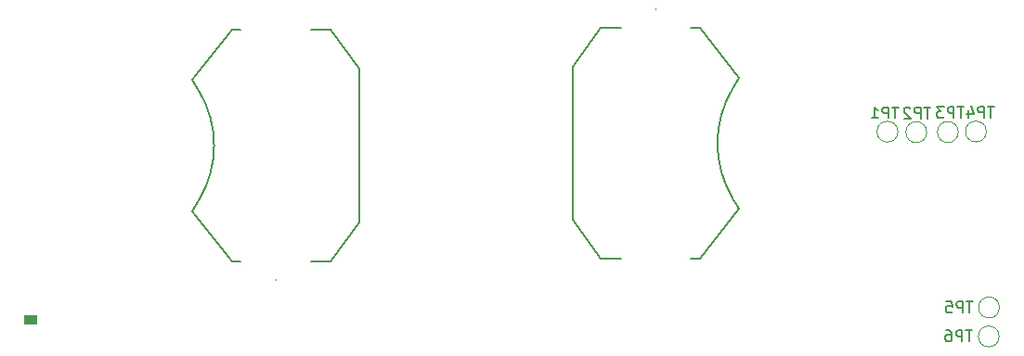
<source format=gbo>
%TF.GenerationSoftware,KiCad,Pcbnew,9.0.7-9.0.7~ubuntu24.04.1*%
%TF.CreationDate,2026-02-10T19:55:17+01:00*%
%TF.ProjectId,RamadanCard,52616d61-6461-46e4-9361-72642e6b6963,rev?*%
%TF.SameCoordinates,Original*%
%TF.FileFunction,Legend,Bot*%
%TF.FilePolarity,Positive*%
%FSLAX46Y46*%
G04 Gerber Fmt 4.6, Leading zero omitted, Abs format (unit mm)*
G04 Created by KiCad (PCBNEW 9.0.7-9.0.7~ubuntu24.04.1) date 2026-02-10 19:55:17*
%MOMM*%
%LPD*%
G01*
G04 APERTURE LIST*
%ADD10C,0.150000*%
%ADD11C,0.254000*%
%ADD12C,0.120000*%
%ADD13C,0.200000*%
%ADD14C,0.100000*%
%ADD15R,1.200000X0.900000*%
%ADD16C,0.900000*%
%ADD17C,1.500000*%
%ADD18C,7.000000*%
%ADD19R,5.600000X1.750000*%
G04 APERTURE END LIST*
D10*
X163403470Y-112956184D02*
X162832042Y-112956184D01*
X163117756Y-113956184D02*
X163117756Y-112956184D01*
X162498708Y-113956184D02*
X162498708Y-112956184D01*
X162498708Y-112956184D02*
X162117756Y-112956184D01*
X162117756Y-112956184D02*
X162022518Y-113003803D01*
X162022518Y-113003803D02*
X161974899Y-113051422D01*
X161974899Y-113051422D02*
X161927280Y-113146660D01*
X161927280Y-113146660D02*
X161927280Y-113289517D01*
X161927280Y-113289517D02*
X161974899Y-113384755D01*
X161974899Y-113384755D02*
X162022518Y-113432374D01*
X162022518Y-113432374D02*
X162117756Y-113479993D01*
X162117756Y-113479993D02*
X162498708Y-113479993D01*
X161546327Y-113051422D02*
X161498708Y-113003803D01*
X161498708Y-113003803D02*
X161403470Y-112956184D01*
X161403470Y-112956184D02*
X161165375Y-112956184D01*
X161165375Y-112956184D02*
X161070137Y-113003803D01*
X161070137Y-113003803D02*
X161022518Y-113051422D01*
X161022518Y-113051422D02*
X160974899Y-113146660D01*
X160974899Y-113146660D02*
X160974899Y-113241898D01*
X160974899Y-113241898D02*
X161022518Y-113384755D01*
X161022518Y-113384755D02*
X161593946Y-113956184D01*
X161593946Y-113956184D02*
X160974899Y-113956184D01*
X166430036Y-112925436D02*
X165858608Y-112925436D01*
X166144322Y-113925436D02*
X166144322Y-112925436D01*
X165525274Y-113925436D02*
X165525274Y-112925436D01*
X165525274Y-112925436D02*
X165144322Y-112925436D01*
X165144322Y-112925436D02*
X165049084Y-112973055D01*
X165049084Y-112973055D02*
X165001465Y-113020674D01*
X165001465Y-113020674D02*
X164953846Y-113115912D01*
X164953846Y-113115912D02*
X164953846Y-113258769D01*
X164953846Y-113258769D02*
X165001465Y-113354007D01*
X165001465Y-113354007D02*
X165049084Y-113401626D01*
X165049084Y-113401626D02*
X165144322Y-113449245D01*
X165144322Y-113449245D02*
X165525274Y-113449245D01*
X164620512Y-112925436D02*
X164001465Y-112925436D01*
X164001465Y-112925436D02*
X164334798Y-113306388D01*
X164334798Y-113306388D02*
X164191941Y-113306388D01*
X164191941Y-113306388D02*
X164096703Y-113354007D01*
X164096703Y-113354007D02*
X164049084Y-113401626D01*
X164049084Y-113401626D02*
X164001465Y-113496864D01*
X164001465Y-113496864D02*
X164001465Y-113734959D01*
X164001465Y-113734959D02*
X164049084Y-113830197D01*
X164049084Y-113830197D02*
X164096703Y-113877817D01*
X164096703Y-113877817D02*
X164191941Y-113925436D01*
X164191941Y-113925436D02*
X164477655Y-113925436D01*
X164477655Y-113925436D02*
X164572893Y-113877817D01*
X164572893Y-113877817D02*
X164620512Y-113830197D01*
X160469186Y-112940826D02*
X159897758Y-112940826D01*
X160183472Y-113940826D02*
X160183472Y-112940826D01*
X159564424Y-113940826D02*
X159564424Y-112940826D01*
X159564424Y-112940826D02*
X159183472Y-112940826D01*
X159183472Y-112940826D02*
X159088234Y-112988445D01*
X159088234Y-112988445D02*
X159040615Y-113036064D01*
X159040615Y-113036064D02*
X158992996Y-113131302D01*
X158992996Y-113131302D02*
X158992996Y-113274159D01*
X158992996Y-113274159D02*
X159040615Y-113369397D01*
X159040615Y-113369397D02*
X159088234Y-113417016D01*
X159088234Y-113417016D02*
X159183472Y-113464635D01*
X159183472Y-113464635D02*
X159564424Y-113464635D01*
X158040615Y-113940826D02*
X158612043Y-113940826D01*
X158326329Y-113940826D02*
X158326329Y-112940826D01*
X158326329Y-112940826D02*
X158421567Y-113083683D01*
X158421567Y-113083683D02*
X158516805Y-113178921D01*
X158516805Y-113178921D02*
X158612043Y-113226540D01*
X167198214Y-133327644D02*
X166626786Y-133327644D01*
X166912500Y-134327644D02*
X166912500Y-133327644D01*
X166293452Y-134327644D02*
X166293452Y-133327644D01*
X166293452Y-133327644D02*
X165912500Y-133327644D01*
X165912500Y-133327644D02*
X165817262Y-133375263D01*
X165817262Y-133375263D02*
X165769643Y-133422882D01*
X165769643Y-133422882D02*
X165722024Y-133518120D01*
X165722024Y-133518120D02*
X165722024Y-133660977D01*
X165722024Y-133660977D02*
X165769643Y-133756215D01*
X165769643Y-133756215D02*
X165817262Y-133803834D01*
X165817262Y-133803834D02*
X165912500Y-133851453D01*
X165912500Y-133851453D02*
X166293452Y-133851453D01*
X164864881Y-133327644D02*
X165055357Y-133327644D01*
X165055357Y-133327644D02*
X165150595Y-133375263D01*
X165150595Y-133375263D02*
X165198214Y-133422882D01*
X165198214Y-133422882D02*
X165293452Y-133565739D01*
X165293452Y-133565739D02*
X165341071Y-133756215D01*
X165341071Y-133756215D02*
X165341071Y-134137167D01*
X165341071Y-134137167D02*
X165293452Y-134232405D01*
X165293452Y-134232405D02*
X165245833Y-134280025D01*
X165245833Y-134280025D02*
X165150595Y-134327644D01*
X165150595Y-134327644D02*
X164960119Y-134327644D01*
X164960119Y-134327644D02*
X164864881Y-134280025D01*
X164864881Y-134280025D02*
X164817262Y-134232405D01*
X164817262Y-134232405D02*
X164769643Y-134137167D01*
X164769643Y-134137167D02*
X164769643Y-133899072D01*
X164769643Y-133899072D02*
X164817262Y-133803834D01*
X164817262Y-133803834D02*
X164864881Y-133756215D01*
X164864881Y-133756215D02*
X164960119Y-133708596D01*
X164960119Y-133708596D02*
X165150595Y-133708596D01*
X165150595Y-133708596D02*
X165245833Y-133756215D01*
X165245833Y-133756215D02*
X165293452Y-133803834D01*
X165293452Y-133803834D02*
X165341071Y-133899072D01*
D11*
X104263118Y-115474180D02*
X102993118Y-115474180D01*
X103597880Y-115474180D02*
X103597880Y-116199895D01*
X104263118Y-116199895D02*
X102993118Y-116199895D01*
X104263118Y-117469895D02*
X104263118Y-116744180D01*
X104263118Y-117107037D02*
X102993118Y-117107037D01*
X102993118Y-117107037D02*
X103174546Y-116986085D01*
X103174546Y-116986085D02*
X103295499Y-116865133D01*
X103295499Y-116865133D02*
X103355975Y-116744180D01*
D10*
X167244319Y-130700559D02*
X166672891Y-130700559D01*
X166958605Y-131700559D02*
X166958605Y-130700559D01*
X166339557Y-131700559D02*
X166339557Y-130700559D01*
X166339557Y-130700559D02*
X165958605Y-130700559D01*
X165958605Y-130700559D02*
X165863367Y-130748178D01*
X165863367Y-130748178D02*
X165815748Y-130795797D01*
X165815748Y-130795797D02*
X165768129Y-130891035D01*
X165768129Y-130891035D02*
X165768129Y-131033892D01*
X165768129Y-131033892D02*
X165815748Y-131129130D01*
X165815748Y-131129130D02*
X165863367Y-131176749D01*
X165863367Y-131176749D02*
X165958605Y-131224368D01*
X165958605Y-131224368D02*
X166339557Y-131224368D01*
X164863367Y-130700559D02*
X165339557Y-130700559D01*
X165339557Y-130700559D02*
X165387176Y-131176749D01*
X165387176Y-131176749D02*
X165339557Y-131129130D01*
X165339557Y-131129130D02*
X165244319Y-131081511D01*
X165244319Y-131081511D02*
X165006224Y-131081511D01*
X165006224Y-131081511D02*
X164910986Y-131129130D01*
X164910986Y-131129130D02*
X164863367Y-131176749D01*
X164863367Y-131176749D02*
X164815748Y-131271987D01*
X164815748Y-131271987D02*
X164815748Y-131510082D01*
X164815748Y-131510082D02*
X164863367Y-131605320D01*
X164863367Y-131605320D02*
X164910986Y-131652940D01*
X164910986Y-131652940D02*
X165006224Y-131700559D01*
X165006224Y-131700559D02*
X165244319Y-131700559D01*
X165244319Y-131700559D02*
X165339557Y-131652940D01*
X165339557Y-131652940D02*
X165387176Y-131605320D01*
X169195378Y-112894678D02*
X168623950Y-112894678D01*
X168909664Y-113894678D02*
X168909664Y-112894678D01*
X168290616Y-113894678D02*
X168290616Y-112894678D01*
X168290616Y-112894678D02*
X167909664Y-112894678D01*
X167909664Y-112894678D02*
X167814426Y-112942297D01*
X167814426Y-112942297D02*
X167766807Y-112989916D01*
X167766807Y-112989916D02*
X167719188Y-113085154D01*
X167719188Y-113085154D02*
X167719188Y-113228011D01*
X167719188Y-113228011D02*
X167766807Y-113323249D01*
X167766807Y-113323249D02*
X167814426Y-113370868D01*
X167814426Y-113370868D02*
X167909664Y-113418487D01*
X167909664Y-113418487D02*
X168290616Y-113418487D01*
X166862045Y-113228011D02*
X166862045Y-113894678D01*
X167100140Y-112847059D02*
X167338235Y-113561344D01*
X167338235Y-113561344D02*
X166719188Y-113561344D01*
D11*
X138938518Y-115275280D02*
X137668518Y-115275280D01*
X138273280Y-115275280D02*
X138273280Y-116000995D01*
X138938518Y-116000995D02*
X137668518Y-116000995D01*
X137789470Y-116545280D02*
X137728994Y-116605756D01*
X137728994Y-116605756D02*
X137668518Y-116726709D01*
X137668518Y-116726709D02*
X137668518Y-117029090D01*
X137668518Y-117029090D02*
X137728994Y-117150042D01*
X137728994Y-117150042D02*
X137789470Y-117210518D01*
X137789470Y-117210518D02*
X137910422Y-117270995D01*
X137910422Y-117270995D02*
X138031375Y-117270995D01*
X138031375Y-117270995D02*
X138212803Y-117210518D01*
X138212803Y-117210518D02*
X138938518Y-116484804D01*
X138938518Y-116484804D02*
X138938518Y-117270995D01*
D12*
%TO.C,TP2*%
X163063800Y-115229700D02*
G75*
G02*
X161163800Y-115229700I-950000J0D01*
G01*
X161163800Y-115229700D02*
G75*
G02*
X163063800Y-115229700I950000J0D01*
G01*
%TO.C,TP3*%
X165942000Y-115209800D02*
G75*
G02*
X164042000Y-115209800I-950000J0D01*
G01*
X164042000Y-115209800D02*
G75*
G02*
X165942000Y-115209800I950000J0D01*
G01*
%TO.C,TP1*%
X160431800Y-115179100D02*
G75*
G02*
X158531800Y-115179100I-950000J0D01*
G01*
X158531800Y-115179100D02*
G75*
G02*
X160431800Y-115179100I950000J0D01*
G01*
%TO.C,TP6*%
X169673400Y-133881100D02*
G75*
G02*
X167773400Y-133881100I-950000J0D01*
G01*
X167773400Y-133881100D02*
G75*
G02*
X169673400Y-133881100I950000J0D01*
G01*
D13*
%TO.C,H1*%
X96088800Y-110441800D02*
X96688800Y-111441800D01*
X96088800Y-122441800D02*
X99688800Y-126991800D01*
X96688800Y-111441800D02*
X96688800Y-111441800D01*
X96688800Y-121441800D02*
X96088800Y-122441800D01*
X99688800Y-105891800D02*
X96088800Y-110441800D01*
X99688800Y-126991800D02*
X100488800Y-126991800D01*
X100488800Y-105891800D02*
X99688800Y-105891800D01*
D14*
X103688800Y-128641800D02*
X103688800Y-128641800D01*
X103688800Y-128741800D02*
X103688800Y-128741800D01*
D13*
X106888800Y-126991800D02*
X108688800Y-126991800D01*
X108688800Y-105891800D02*
X106888800Y-105891800D01*
X108688800Y-126991800D02*
X111288800Y-123441800D01*
X111288800Y-109441800D02*
X108688800Y-105891800D01*
X111288800Y-123441800D02*
X111288800Y-109441800D01*
X96688800Y-111441800D02*
G75*
G02*
X96691112Y-121437945I-8333499J-5000000D01*
G01*
D14*
X103688800Y-128641800D02*
G75*
G02*
X103688800Y-128741800I0J-50000D01*
G01*
X103688800Y-128741800D02*
G75*
G02*
X103688800Y-128641800I0J50000D01*
G01*
D12*
%TO.C,TP5*%
X169693900Y-131234100D02*
G75*
G02*
X167793900Y-131234100I-950000J0D01*
G01*
X167793900Y-131234100D02*
G75*
G02*
X169693900Y-131234100I950000J0D01*
G01*
%TO.C,TP4*%
X168502500Y-115168800D02*
G75*
G02*
X166602500Y-115168800I-950000J0D01*
G01*
X166602500Y-115168800D02*
G75*
G02*
X168502500Y-115168800I950000J0D01*
G01*
D13*
%TO.C,H2*%
X130764200Y-109242900D02*
X130764200Y-123242900D01*
X130764200Y-123242900D02*
X133364200Y-126792900D01*
X133364200Y-105692900D02*
X130764200Y-109242900D01*
X133364200Y-126792900D02*
X135164200Y-126792900D01*
X135164200Y-105692900D02*
X133364200Y-105692900D01*
D14*
X138364200Y-103942900D02*
X138364200Y-103942900D01*
X138364200Y-104042900D02*
X138364200Y-104042900D01*
D13*
X141564200Y-126792900D02*
X142364200Y-126792900D01*
X142364200Y-105692900D02*
X141564200Y-105692900D01*
X142364200Y-126792900D02*
X145964200Y-122242900D01*
X145364200Y-111242900D02*
X145964200Y-110242900D01*
X145364200Y-121242900D02*
X145364200Y-121242900D01*
X145964200Y-110242900D02*
X142364200Y-105692900D01*
X145964200Y-122242900D02*
X145364200Y-121242900D01*
D14*
X138364200Y-103942900D02*
G75*
G02*
X138364200Y-104042900I0J-50000D01*
G01*
X138364200Y-104042900D02*
G75*
G02*
X138364200Y-103942900I0J50000D01*
G01*
D13*
X145364200Y-121242900D02*
G75*
G02*
X145361888Y-111246755I8333499J5000000D01*
G01*
%TD*%
D15*
%TO.C,J1*%
X81374600Y-132389300D03*
%TD*%
%LPC*%
D16*
%TO.C,J1*%
X79224600Y-128639300D03*
X79224600Y-131639300D03*
%TD*%
D17*
%TO.C,TP2*%
X162113800Y-115229700D03*
%TD*%
%TO.C,TP3*%
X164992000Y-115209800D03*
%TD*%
%TO.C,TP1*%
X159481800Y-115179100D03*
%TD*%
%TO.C,TP6*%
X168723400Y-133881100D03*
%TD*%
D18*
%TO.C,H1*%
X103688800Y-116441800D03*
D19*
X103688800Y-127316800D03*
X103688800Y-105566800D03*
%TD*%
D17*
%TO.C,TP5*%
X168743900Y-131234100D03*
%TD*%
%TO.C,TP4*%
X167552500Y-115168800D03*
%TD*%
D18*
%TO.C,H2*%
X138364200Y-116242900D03*
D19*
X138364200Y-105367900D03*
X138364200Y-127117900D03*
%TD*%
%LPD*%
M02*

</source>
